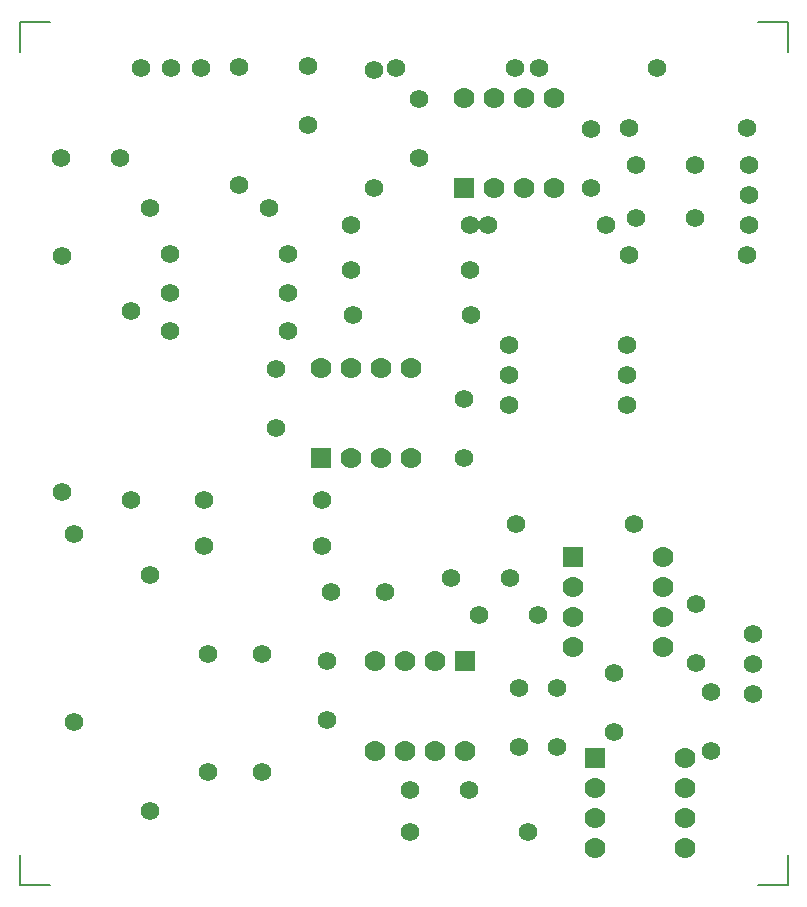
<source format=gbr>
G04 GERBER ASCII OUTPUT FROM: EDWIN32 (VER. 1.0 REV. 990515)*
G04 GERBER FORMAT: RX-274-X*
G04 BOARD: HÖRLUR3*
G04 ARTWORK OF SOLD.MASK POSITIVE*
%ASAXBY*%
%FSLAX32Y32*%
%MIA0B0*%
%MOMM*%
%OFA0.000B0.000*%
%SFA1B1*%
%IJA0B0*%
%INLAYER30POS*%
%IOA0B0*%
%IPPOS*%
%IR0*%
G04 APERTURE LIST*
%ADD12C,0.051*%
%ADD13R,0.051X0.051*%
%ADD14C,0.076*%
%ADD15R,0.076X0.076*%
%ADD16C,0.102*%
%ADD17R,0.102X0.102*%
%ADD18C,0.127*%
%ADD19R,0.127X0.127*%
%ADD20C,0.203*%
%ADD22C,0.203*%
%ADD24C,0.305*%
%ADD26C,0.330*%
%ADD28C,0.508*%
%ADD30C,0.737*%
%ADD32C,0.762*%
%ADD34C,0.813*%
%ADD36C,0.813*%
%ADD38C,0.914*%
%ADD40C,0.940*%
%ADD42C,1.016*%
%ADD44C,1.118*%
%ADD46C,1.372*%
%ADD48C,1.422*%
%ADD49R,1.422X1.422*%
%ADD50C,1.524*%
%ADD51R,1.524X1.524*%
%ADD52C,1.575*%
%ADD54C,1.626*%
%ADD56C,1.778*%
%ADD57R,1.778X1.778*%
%ADD58C,1.930*%
%ADD59R,1.930X1.930*%
%ADD60C,2.032*%
%ADD61R,2.032X2.032*%
%ADD62C,2.134*%
%ADD63R,2.134X2.134*%
%ADD64C,2.184*%
%ADD65R,2.184X2.184*%
%ADD66C,2.286*%
%ADD67R,2.286X2.286*%
%ADD68C,2.388*%
%ADD69R,2.388X2.388*%
%ADD70C,2.438*%
%ADD71R,2.438X2.438*%
%ADD72C,2.540*%
%ADD73R,2.540X2.540*%
%ADD74C,2.642*%
%ADD76C,2.794*%
%ADD78C,2.896*%
%ADD80C,3.048*%
%ADD82C,3.150*%
%ADD84C,3.404*%
G04*
D18* 
X0Y0D02*
X0Y254D01*
X0Y7300D02*
X0Y7046D01*
X0Y7300D02*
X254Y7300D01*
X6500Y7300D02*
X6246Y7300D01*
X6500Y7300D02*
X6500Y7046D01*
X6500Y0D02*
X6500Y254D01*
X6500Y0D02*
X6246Y0D01*
X0Y0D02*
X254Y0D01*
D57* 
X3758Y5900D02*D03*
D56* 
X4012Y5900D02*D03*
X4266Y5900D02*D03*
X4520Y5900D02*D03*
X4520Y6662D02*D03*
X4266Y6662D02*D03*
X4012Y6662D02*D03*
X3758Y6662D02*D03*
D52* 
X2600Y1393D02*D03*
X2600Y1893D02*D03*
X4225Y1165D02*D03*
X4225Y1665D02*D03*
X2171Y3868D02*D03*
X2171Y4368D02*D03*
X3758Y3614D02*D03*
X3758Y4114D02*D03*
X4838Y5900D02*D03*
X4838Y6400D02*D03*
X3377Y6154D02*D03*
X3377Y6654D02*D03*
X5219Y5646D02*D03*
X5719Y5646D02*D03*
X5219Y6090D02*D03*
X5719Y6090D02*D03*
X1105Y625D02*D03*
X1105Y2625D02*D03*
X358Y5323D02*D03*
X358Y3323D02*D03*
X455Y1373D02*D03*
X455Y2973D02*D03*
X943Y4858D02*D03*
X943Y3258D02*D03*
X850Y6150D02*D03*
X350Y6150D02*D03*
X2438Y6930D02*D03*
X2438Y6430D02*D03*
X4139Y4312D02*D03*
X4139Y4566D02*D03*
X4139Y4058D02*D03*
X5139Y4312D02*D03*
X5139Y4565D02*D03*
X5139Y4059D02*D03*
X5720Y1880D02*D03*
X5720Y2380D02*D03*
X3888Y2283D02*D03*
X4388Y2283D02*D03*
D57* 
X4680Y2770D02*D03*
D56* 
X4680Y2516D02*D03*
X4680Y2262D02*D03*
X4680Y2008D02*D03*
X5442Y2008D02*D03*
X5442Y2262D02*D03*
X5442Y2516D02*D03*
X5442Y2770D02*D03*
D57* 
X4872Y1070D02*D03*
D56* 
X4872Y816D02*D03*
X4872Y562D02*D03*
X4872Y308D02*D03*
X5634Y308D02*D03*
X5634Y562D02*D03*
X5634Y816D02*D03*
X5634Y1070D02*D03*
D57* 
X3770Y1893D02*D03*
D56* 
X3516Y1893D02*D03*
X3262Y1893D02*D03*
X3008Y1893D02*D03*
X3008Y1131D02*D03*
X3262Y1131D02*D03*
X3516Y1131D02*D03*
X3770Y1131D02*D03*
D57* 
X2552Y3614D02*D03*
D56* 
X2806Y3614D02*D03*
X3060Y3614D02*D03*
X3314Y3614D02*D03*
X3314Y4376D02*D03*
X3060Y4376D02*D03*
X2806Y4376D02*D03*
X2552Y4376D02*D03*
D52* 
X5155Y6408D02*D03*
X6155Y6408D02*D03*
X5155Y5328D02*D03*
X6155Y5328D02*D03*
X4393Y6916D02*D03*
X5393Y6916D02*D03*
X4965Y5582D02*D03*
X3965Y5582D02*D03*
X3187Y6916D02*D03*
X4187Y6916D02*D03*
X2806Y5582D02*D03*
X3806Y5582D02*D03*
X2822Y4820D02*D03*
X3822Y4820D02*D03*
X2806Y5201D02*D03*
X3806Y5201D02*D03*
X1268Y5338D02*D03*
X2268Y5338D02*D03*
X1853Y5923D02*D03*
X1853Y6923D02*D03*
X1105Y5728D02*D03*
X2105Y5728D02*D03*
X2996Y5900D02*D03*
X2996Y6900D02*D03*
X1560Y2868D02*D03*
X2560Y2868D02*D03*
X1268Y5013D02*D03*
X2268Y5013D02*D03*
X1560Y3258D02*D03*
X2560Y3258D02*D03*
X1268Y4688D02*D03*
X2268Y4688D02*D03*
X1593Y950D02*D03*
X1593Y1950D02*D03*
X2048Y950D02*D03*
X2048Y1950D02*D03*
X3088Y2478D02*D03*
X2633Y2478D02*D03*
X6171Y5582D02*D03*
X6171Y5836D02*D03*
X6171Y6090D02*D03*
X6208Y1612D02*D03*
X6208Y1866D02*D03*
X6208Y2120D02*D03*
X1536Y6916D02*D03*
X1282Y6916D02*D03*
X1028Y6916D02*D03*
X4550Y1165D02*D03*
X4550Y1665D02*D03*
X5850Y1633D02*D03*
X5850Y1133D02*D03*
X5031Y1292D02*D03*
X5031Y1792D02*D03*
X3650Y2600D02*D03*
X4150Y2600D02*D03*
X3300Y800D02*D03*
X3800Y800D02*D03*
X3300Y450D02*D03*
X4300Y450D02*D03*
X4200Y3050D02*D03*
X5200Y3050D02*D03*
M02*

</source>
